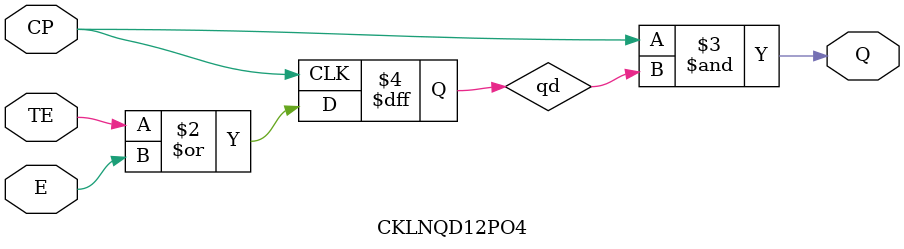
<source format=v>
`define VLIB_BYPASS_POWER_CG
`define NV_FPGA_FIFOGEN
`define FIFOGEN_MASTER_CLK_GATING_DISABLED
`define FPGA
`define SYNTHESIS

module CKLNQD12PO4 (
  TE
 ,E
 ,CP
 ,Q
 );
input TE ;
input E ;
input CP ;
output Q ;
reg qd;
always @(negedge CP)
    qd <= TE | E;
assign Q = CP & qd;
endmodule

</source>
